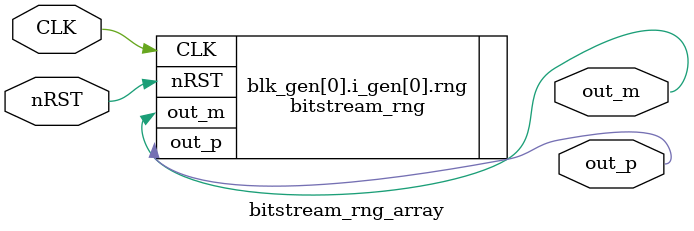
<source format=sv>
`timescale 1ns / 1ps
module bitstream_rng_array #(
    parameter NUM_ELEMENTS = 1,
    parameter BITWIDTH = 20,
    parameter VALUE = {BITWIDTH{1'b0}},
    parameter IS_NEGATIVE = 1'b0
) (
    input logic CLK,
    input logic nRST,
    output logic [(NUM_ELEMENTS-1):0] out_p,
    output logic [(NUM_ELEMENTS-1):0] out_m
);

localparam MAX_LOOP = (NUM_ELEMENTS < 10) ? 1 : 50;

genvar blk, i;
generate
for (blk = 0; blk < NUM_ELEMENTS / MAX_LOOP; blk = blk + 1) begin : blk_gen
    for (i = blk * MAX_LOOP; i < MAX_LOOP; i = i + 1) begin : i_gen
        bitstream_rng #(
                .BITWIDTH(BITWIDTH),
                .VALUE(VALUE[i*BITWIDTH +: BITWIDTH]),
                .IS_NEGATIVE(IS_NEGATIVE[i])
            ) rng (
                .CLK(CLK),
                .nRST(nRST),
                .out_p(out_p[i]),
                .out_m(out_m[i])
            );
    end
end

for (i = MAX_LOOP * (NUM_ELEMENTS / MAX_LOOP); i < NUM_ELEMENTS; i = i + 1) begin : i_rem_gen
    bitstream_rng #(
            .BITWIDTH(BITWIDTH),
            .VALUE(VALUE[i*BITWIDTH +: BITWIDTH]),
            .IS_NEGATIVE(IS_NEGATIVE[i])
        ) rng (
            .CLK(CLK),
            .nRST(nRST),
            .out_p(out_p[i]),
            .out_m(out_m[i])
        );
end
endgenerate

endmodule

</source>
